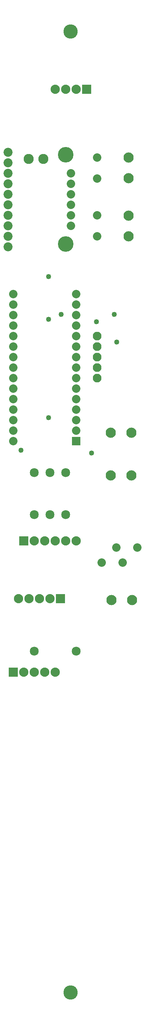
<source format=gbs>
G04 MADE WITH FRITZING*
G04 WWW.FRITZING.ORG*
G04 DOUBLE SIDED*
G04 HOLES PLATED*
G04 CONTOUR ON CENTER OF CONTOUR VECTOR*
%ASAXBY*%
%FSLAX23Y23*%
%MOIN*%
%OFA0B0*%
%SFA1.0B1.0*%
%ADD10C,0.088000*%
%ADD11C,0.085000*%
%ADD12C,0.135984*%
%ADD13C,0.080000*%
%ADD14C,0.148425*%
%ADD15C,0.096000*%
%ADD16C,0.086000*%
%ADD17C,0.083379*%
%ADD18C,0.097268*%
%ADD19C,0.097253*%
%ADD20C,0.049370*%
%ADD21R,0.088000X0.088000*%
%ADD22R,0.079972X0.080000*%
%LNMASK0*%
G90*
G70*
G54D10*
X249Y3197D03*
X349Y3197D03*
X449Y3197D03*
X549Y3197D03*
X649Y3197D03*
G54D11*
X449Y3397D03*
X849Y3397D03*
G54D10*
X349Y4447D03*
X449Y4447D03*
X549Y4447D03*
X649Y4447D03*
X749Y4447D03*
X849Y4447D03*
G54D11*
X449Y5097D03*
X449Y4697D03*
X599Y5097D03*
X599Y4697D03*
X749Y5097D03*
X749Y4697D03*
G54D12*
X796Y9297D03*
X796Y147D03*
G54D13*
X1234Y4383D03*
X1093Y4241D03*
X1434Y4383D03*
X1293Y4241D03*
X1049Y7897D03*
X1049Y8097D03*
X1049Y7547D03*
X1049Y7347D03*
X849Y5397D03*
X849Y5497D03*
X849Y5597D03*
X849Y5697D03*
X849Y5797D03*
X849Y5897D03*
X849Y5997D03*
X849Y6097D03*
X849Y6197D03*
X849Y6297D03*
X849Y6397D03*
X849Y6497D03*
X849Y6597D03*
X849Y6697D03*
X849Y6797D03*
X249Y5397D03*
X249Y5497D03*
X249Y5597D03*
X249Y5697D03*
X249Y5797D03*
X249Y5897D03*
X249Y5997D03*
X249Y6097D03*
X249Y6197D03*
X249Y6297D03*
X249Y6397D03*
X249Y6497D03*
X249Y6597D03*
X249Y6697D03*
X249Y6797D03*
G54D14*
X749Y8122D03*
G54D15*
X398Y8082D03*
X536Y8082D03*
G54D16*
X199Y8147D03*
X199Y8047D03*
X199Y7947D03*
X199Y7847D03*
X199Y7747D03*
X199Y7647D03*
X199Y7547D03*
G54D14*
X749Y7272D03*
G54D16*
X199Y7447D03*
X199Y7347D03*
X199Y7247D03*
G54D13*
X799Y7447D03*
X799Y7547D03*
X799Y7647D03*
X799Y7747D03*
X799Y7847D03*
X799Y7947D03*
G54D17*
X1049Y6397D03*
X1049Y6297D03*
X1049Y6197D03*
X1049Y6097D03*
X1049Y5997D03*
G54D10*
X949Y8747D03*
X849Y8747D03*
X749Y8747D03*
X649Y8747D03*
G54D18*
X1180Y5069D03*
G54D19*
X1377Y5069D03*
G54D18*
X1377Y5476D03*
G54D19*
X1180Y5476D03*
G54D18*
X1349Y8097D03*
G54D19*
X1349Y7900D03*
G54D18*
X1349Y7544D03*
G54D19*
X1349Y7347D03*
G54D18*
X1384Y3883D03*
G54D19*
X1187Y3883D03*
G54D10*
X699Y3897D03*
X599Y3897D03*
X499Y3897D03*
X399Y3897D03*
X299Y3897D03*
G54D20*
X708Y6605D03*
X324Y5309D03*
X588Y5621D03*
X996Y5285D03*
X1212Y6605D03*
X1044Y6533D03*
X588Y6557D03*
X588Y6965D03*
X1236Y6341D03*
G54D21*
X249Y3197D03*
X349Y4447D03*
G54D22*
X849Y5397D03*
G54D21*
X949Y8747D03*
X699Y3897D03*
G04 End of Mask0*
M02*
</source>
